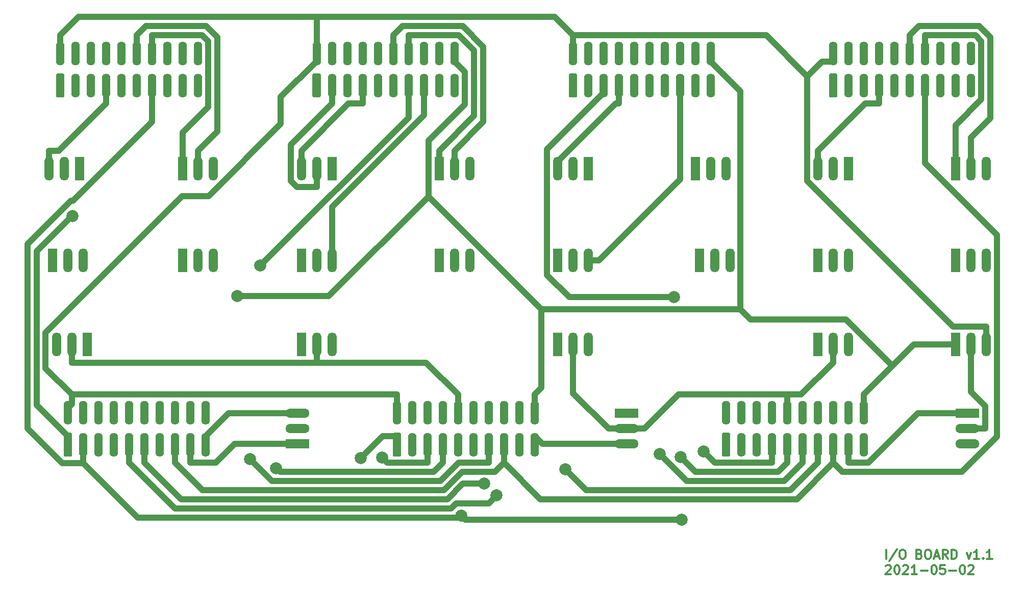
<source format=gbr>
%TF.GenerationSoftware,KiCad,Pcbnew,(5.1.9-0-10_14)*%
%TF.CreationDate,2021-05-08T09:43:59-07:00*%
%TF.ProjectId,io-board-mixed,696f2d62-6f61-4726-942d-6d697865642e,rev?*%
%TF.SameCoordinates,PX3072580PY791ddc0*%
%TF.FileFunction,Copper,L1,Top*%
%TF.FilePolarity,Positive*%
%FSLAX46Y46*%
G04 Gerber Fmt 4.6, Leading zero omitted, Abs format (unit mm)*
G04 Created by KiCad (PCBNEW (5.1.9-0-10_14)) date 2021-05-08 09:43:59*
%MOMM*%
%LPD*%
G01*
G04 APERTURE LIST*
%TA.AperFunction,NonConductor*%
%ADD10C,0.300000*%
%TD*%
%TA.AperFunction,ComponentPad*%
%ADD11O,1.500000X4.000000*%
%TD*%
%TA.AperFunction,ComponentPad*%
%ADD12R,1.500000X4.000000*%
%TD*%
%TA.AperFunction,ComponentPad*%
%ADD13O,4.000000X1.500000*%
%TD*%
%TA.AperFunction,ComponentPad*%
%ADD14R,4.000000X1.500000*%
%TD*%
%TA.AperFunction,ComponentPad*%
%ADD15O,1.400000X4.000000*%
%TD*%
%TA.AperFunction,ViaPad*%
%ADD16C,2.000000*%
%TD*%
%TA.AperFunction,Conductor*%
%ADD17C,1.000000*%
%TD*%
G04 APERTURE END LIST*
D10*
X150412142Y7581429D02*
X150412142Y9081429D01*
X152197857Y9152858D02*
X150912142Y7224286D01*
X152983571Y9081429D02*
X153269285Y9081429D01*
X153412142Y9010000D01*
X153555000Y8867143D01*
X153626428Y8581429D01*
X153626428Y8081429D01*
X153555000Y7795715D01*
X153412142Y7652858D01*
X153269285Y7581429D01*
X152983571Y7581429D01*
X152840714Y7652858D01*
X152697857Y7795715D01*
X152626428Y8081429D01*
X152626428Y8581429D01*
X152697857Y8867143D01*
X152840714Y9010000D01*
X152983571Y9081429D01*
X155912142Y8367143D02*
X156126428Y8295715D01*
X156197857Y8224286D01*
X156269285Y8081429D01*
X156269285Y7867143D01*
X156197857Y7724286D01*
X156126428Y7652858D01*
X155983571Y7581429D01*
X155412142Y7581429D01*
X155412142Y9081429D01*
X155912142Y9081429D01*
X156055000Y9010000D01*
X156126428Y8938572D01*
X156197857Y8795715D01*
X156197857Y8652858D01*
X156126428Y8510000D01*
X156055000Y8438572D01*
X155912142Y8367143D01*
X155412142Y8367143D01*
X157197857Y9081429D02*
X157483571Y9081429D01*
X157626428Y9010000D01*
X157769285Y8867143D01*
X157840714Y8581429D01*
X157840714Y8081429D01*
X157769285Y7795715D01*
X157626428Y7652858D01*
X157483571Y7581429D01*
X157197857Y7581429D01*
X157055000Y7652858D01*
X156912142Y7795715D01*
X156840714Y8081429D01*
X156840714Y8581429D01*
X156912142Y8867143D01*
X157055000Y9010000D01*
X157197857Y9081429D01*
X158412142Y8010000D02*
X159126428Y8010000D01*
X158269285Y7581429D02*
X158769285Y9081429D01*
X159269285Y7581429D01*
X160626428Y7581429D02*
X160126428Y8295715D01*
X159769285Y7581429D02*
X159769285Y9081429D01*
X160340714Y9081429D01*
X160483571Y9010000D01*
X160555000Y8938572D01*
X160626428Y8795715D01*
X160626428Y8581429D01*
X160555000Y8438572D01*
X160483571Y8367143D01*
X160340714Y8295715D01*
X159769285Y8295715D01*
X161269285Y7581429D02*
X161269285Y9081429D01*
X161626428Y9081429D01*
X161840714Y9010000D01*
X161983571Y8867143D01*
X162055000Y8724286D01*
X162126428Y8438572D01*
X162126428Y8224286D01*
X162055000Y7938572D01*
X161983571Y7795715D01*
X161840714Y7652858D01*
X161626428Y7581429D01*
X161269285Y7581429D01*
X163769285Y8581429D02*
X164126428Y7581429D01*
X164483571Y8581429D01*
X165840714Y7581429D02*
X164983571Y7581429D01*
X165412142Y7581429D02*
X165412142Y9081429D01*
X165269285Y8867143D01*
X165126428Y8724286D01*
X164983571Y8652858D01*
X166483571Y7724286D02*
X166555000Y7652858D01*
X166483571Y7581429D01*
X166412142Y7652858D01*
X166483571Y7724286D01*
X166483571Y7581429D01*
X167983571Y7581429D02*
X167126428Y7581429D01*
X167555000Y7581429D02*
X167555000Y9081429D01*
X167412142Y8867143D01*
X167269285Y8724286D01*
X167126428Y8652858D01*
X150340714Y6388572D02*
X150412142Y6460000D01*
X150555000Y6531429D01*
X150912142Y6531429D01*
X151055000Y6460000D01*
X151126428Y6388572D01*
X151197857Y6245715D01*
X151197857Y6102858D01*
X151126428Y5888572D01*
X150269285Y5031429D01*
X151197857Y5031429D01*
X152126428Y6531429D02*
X152269285Y6531429D01*
X152412142Y6460000D01*
X152483571Y6388572D01*
X152555000Y6245715D01*
X152626428Y5960000D01*
X152626428Y5602858D01*
X152555000Y5317143D01*
X152483571Y5174286D01*
X152412142Y5102858D01*
X152269285Y5031429D01*
X152126428Y5031429D01*
X151983571Y5102858D01*
X151912142Y5174286D01*
X151840714Y5317143D01*
X151769285Y5602858D01*
X151769285Y5960000D01*
X151840714Y6245715D01*
X151912142Y6388572D01*
X151983571Y6460000D01*
X152126428Y6531429D01*
X153197857Y6388572D02*
X153269285Y6460000D01*
X153412142Y6531429D01*
X153769285Y6531429D01*
X153912142Y6460000D01*
X153983571Y6388572D01*
X154055000Y6245715D01*
X154055000Y6102858D01*
X153983571Y5888572D01*
X153126428Y5031429D01*
X154055000Y5031429D01*
X155483571Y5031429D02*
X154626428Y5031429D01*
X155055000Y5031429D02*
X155055000Y6531429D01*
X154912142Y6317143D01*
X154769285Y6174286D01*
X154626428Y6102858D01*
X156126428Y5602858D02*
X157269285Y5602858D01*
X158269285Y6531429D02*
X158412142Y6531429D01*
X158555000Y6460000D01*
X158626428Y6388572D01*
X158697857Y6245715D01*
X158769285Y5960000D01*
X158769285Y5602858D01*
X158697857Y5317143D01*
X158626428Y5174286D01*
X158555000Y5102858D01*
X158412142Y5031429D01*
X158269285Y5031429D01*
X158126428Y5102858D01*
X158055000Y5174286D01*
X157983571Y5317143D01*
X157912142Y5602858D01*
X157912142Y5960000D01*
X157983571Y6245715D01*
X158055000Y6388572D01*
X158126428Y6460000D01*
X158269285Y6531429D01*
X160126428Y6531429D02*
X159412142Y6531429D01*
X159340714Y5817143D01*
X159412142Y5888572D01*
X159555000Y5960000D01*
X159912142Y5960000D01*
X160055000Y5888572D01*
X160126428Y5817143D01*
X160197857Y5674286D01*
X160197857Y5317143D01*
X160126428Y5174286D01*
X160055000Y5102858D01*
X159912142Y5031429D01*
X159555000Y5031429D01*
X159412142Y5102858D01*
X159340714Y5174286D01*
X160840714Y5602858D02*
X161983571Y5602858D01*
X162983571Y6531429D02*
X163126428Y6531429D01*
X163269285Y6460000D01*
X163340714Y6388572D01*
X163412142Y6245715D01*
X163483571Y5960000D01*
X163483571Y5602858D01*
X163412142Y5317143D01*
X163340714Y5174286D01*
X163269285Y5102858D01*
X163126428Y5031429D01*
X162983571Y5031429D01*
X162840714Y5102858D01*
X162769285Y5174286D01*
X162697857Y5317143D01*
X162626428Y5602858D01*
X162626428Y5960000D01*
X162697857Y6245715D01*
X162769285Y6388572D01*
X162840714Y6460000D01*
X162983571Y6531429D01*
X164055000Y6388572D02*
X164126428Y6460000D01*
X164269285Y6531429D01*
X164626428Y6531429D01*
X164769285Y6460000D01*
X164840714Y6388572D01*
X164912142Y6245715D01*
X164912142Y6102858D01*
X164840714Y5888572D01*
X163983571Y5031429D01*
X164912142Y5031429D01*
D11*
%TO.P,J19,3*%
%TO.N,/CH_C_R_IN*%
X100965000Y43180000D03*
%TO.P,J19,2*%
%TO.N,GND*%
X98425000Y43180000D03*
D12*
%TO.P,J19,1*%
%TO.N,/CH_C_L_IN*%
X95885000Y43180000D03*
%TD*%
D13*
%TO.P,J17,3*%
%TO.N,/BUS_B_R_OUT*%
X163830000Y26670000D03*
%TO.P,J17,2*%
%TO.N,GND*%
X163830000Y29210000D03*
D14*
%TO.P,J17,1*%
%TO.N,/BUS_B_L_OUT*%
X163830000Y31750000D03*
%TD*%
D15*
%TO.P,J18,20*%
%TO.N,/-_15V*%
X146685000Y31880000D03*
%TO.P,J18,18*%
%TO.N,Net-(J18-Pad18)*%
X144145000Y31880000D03*
%TO.P,J18,16*%
%TO.N,Net-(J18-Pad16)*%
X141605000Y31880000D03*
%TO.P,J18,14*%
%TO.N,Net-(J18-Pad14)*%
X139065000Y31880000D03*
%TO.P,J18,12*%
%TO.N,Net-(J18-Pad12)*%
X136525000Y31880000D03*
%TO.P,J18,10*%
%TO.N,GND*%
X133985000Y31880000D03*
%TO.P,J18,8*%
%TO.N,Net-(J18-Pad8)*%
X131445000Y31880000D03*
%TO.P,J18,6*%
%TO.N,Net-(J18-Pad6)*%
X128905000Y31880000D03*
%TO.P,J18,4*%
%TO.N,Net-(J18-Pad4)*%
X126365000Y31880000D03*
%TO.P,J18,2*%
%TO.N,/+_15V*%
X123825000Y31880000D03*
%TO.P,J18,19*%
%TO.N,/BUS_B_R_OUT*%
X146685000Y26540000D03*
%TO.P,J18,17*%
%TO.N,/BUS_B_L_OUT*%
X144145000Y26540000D03*
%TO.P,J18,15*%
%TO.N,/CH_D_R_OUT*%
X141605000Y26540000D03*
%TO.P,J18,13*%
%TO.N,/CH_D_L_OUT*%
X139065000Y26540000D03*
%TO.P,J18,11*%
%TO.N,/CH_C_R_OUT*%
X136525000Y26540000D03*
%TO.P,J18,9*%
%TO.N,/CH_C_L_OUT*%
X133985000Y26540000D03*
%TO.P,J18,7*%
%TO.N,/CH_B_R_OUT*%
X131445000Y26540000D03*
%TO.P,J18,5*%
%TO.N,/CH_B_L_OUT*%
X128905000Y26540000D03*
%TO.P,J18,3*%
%TO.N,/CH_A_R_OUT*%
X126365000Y26540000D03*
%TO.P,J18,1*%
%TO.N,/CH_A_L_OUT*%
%TA.AperFunction,ComponentPad*%
G36*
G01*
X124319200Y24540000D02*
X123330800Y24540000D01*
G75*
G02*
X123125000Y24745800I0J205800D01*
G01*
X123125000Y28334200D01*
G75*
G02*
X123330800Y28540000I205800J0D01*
G01*
X124319200Y28540000D01*
G75*
G02*
X124525000Y28334200I0J-205800D01*
G01*
X124525000Y24745800D01*
G75*
G02*
X124319200Y24540000I-205800J0D01*
G01*
G37*
%TD.AperFunction*%
%TD*%
D11*
%TO.P,J15,3*%
%TO.N,/CH_B_R_LEVEL_TERM_B*%
X58420000Y57150000D03*
%TO.P,J15,2*%
%TO.N,/CH_B_R_LEVEL_WIPER*%
X55880000Y57150000D03*
D12*
%TO.P,J15,1*%
%TO.N,/CH_B_R_LEVEL_TERM_A*%
X53340000Y57150000D03*
%TD*%
D11*
%TO.P,J13,3*%
%TO.N,Net-(J13-Pad3)*%
X81280000Y57150000D03*
%TO.P,J13,2*%
%TO.N,/CH_B_R_GAIN_WIPER*%
X78740000Y57150000D03*
D12*
%TO.P,J13,1*%
%TO.N,/CH_B_R_GAIN_TERM_A*%
X76200000Y57150000D03*
%TD*%
D11*
%TO.P,J14,3*%
%TO.N,/CH_B_LEVEL_TERM_B*%
X53340000Y72390000D03*
%TO.P,J14,2*%
%TO.N,/CH_B_L_LEVEL_WIPER*%
X55880000Y72390000D03*
D12*
%TO.P,J14,1*%
%TO.N,/CH_B_L_LEVEL_TERM_A*%
X58420000Y72390000D03*
%TD*%
D11*
%TO.P,J12,3*%
%TO.N,Net-(J12-Pad3)*%
X81280000Y72390000D03*
%TO.P,J12,2*%
%TO.N,/CH_B_L_GAIN_WIPER*%
X78740000Y72390000D03*
D12*
%TO.P,J12,1*%
%TO.N,/CH_B_L_GAIN_TERM_A*%
X76200000Y72390000D03*
%TD*%
D11*
%TO.P,J11,3*%
%TO.N,/CH_B_R_IN*%
X58420000Y43180000D03*
%TO.P,J11,2*%
%TO.N,GND*%
X55880000Y43180000D03*
D12*
%TO.P,J11,1*%
%TO.N,/CH_B_L_IN*%
X53340000Y43180000D03*
%TD*%
D13*
%TO.P,J9,3*%
%TO.N,/BUS_A_R_OUT*%
X107315000Y26670000D03*
%TO.P,J9,2*%
%TO.N,GND*%
X107315000Y29210000D03*
D14*
%TO.P,J9,1*%
%TO.N,/BUS_A_L_OUT*%
X107315000Y31750000D03*
%TD*%
D15*
%TO.P,J10,20*%
%TO.N,/-_15V*%
X92075000Y31880000D03*
%TO.P,J10,18*%
%TO.N,Net-(J10-Pad18)*%
X89535000Y31880000D03*
%TO.P,J10,16*%
%TO.N,Net-(J10-Pad16)*%
X86995000Y31880000D03*
%TO.P,J10,14*%
%TO.N,Net-(J10-Pad14)*%
X84455000Y31880000D03*
%TO.P,J10,12*%
%TO.N,Net-(J10-Pad12)*%
X81915000Y31880000D03*
%TO.P,J10,10*%
%TO.N,GND*%
X79375000Y31880000D03*
%TO.P,J10,8*%
%TO.N,Net-(J10-Pad8)*%
X76835000Y31880000D03*
%TO.P,J10,6*%
%TO.N,Net-(J10-Pad6)*%
X74295000Y31880000D03*
%TO.P,J10,4*%
%TO.N,Net-(J10-Pad4)*%
X71755000Y31880000D03*
%TO.P,J10,2*%
%TO.N,/+_15V*%
X69215000Y31880000D03*
%TO.P,J10,19*%
%TO.N,/BUS_A_R_OUT*%
X92075000Y26540000D03*
%TO.P,J10,17*%
%TO.N,/BUS_A_L_OUT*%
X89535000Y26540000D03*
%TO.P,J10,15*%
%TO.N,/CH_D_R_OUT*%
X86995000Y26540000D03*
%TO.P,J10,13*%
%TO.N,/CH_D_L_OUT*%
X84455000Y26540000D03*
%TO.P,J10,11*%
%TO.N,/CH_C_R_OUT*%
X81915000Y26540000D03*
%TO.P,J10,9*%
%TO.N,/CH_C_L_OUT*%
X79375000Y26540000D03*
%TO.P,J10,7*%
%TO.N,/CH_B_R_OUT*%
X76835000Y26540000D03*
%TO.P,J10,5*%
%TO.N,/CH_B_L_OUT*%
X74295000Y26540000D03*
%TO.P,J10,3*%
%TO.N,/CH_A_R_OUT*%
X71755000Y26540000D03*
%TO.P,J10,1*%
%TO.N,/CH_A_L_OUT*%
%TA.AperFunction,ComponentPad*%
G36*
G01*
X69709200Y24540000D02*
X68720800Y24540000D01*
G75*
G02*
X68515000Y24745800I0J205800D01*
G01*
X68515000Y28334200D01*
G75*
G02*
X68720800Y28540000I205800J0D01*
G01*
X69709200Y28540000D01*
G75*
G02*
X69915000Y28334200I0J-205800D01*
G01*
X69915000Y24745800D01*
G75*
G02*
X69709200Y24540000I-205800J0D01*
G01*
G37*
%TD.AperFunction*%
%TD*%
D11*
%TO.P,J7,3*%
%TO.N,/CH_A_R_LEVEL_TERM_B*%
X17145000Y57150000D03*
%TO.P,J7,2*%
%TO.N,/CH_A_R_LEVEL_WIPER*%
X14605000Y57150000D03*
D12*
%TO.P,J7,1*%
%TO.N,/CH_A_R_LEVEL_TERM_A*%
X12065000Y57150000D03*
%TD*%
D11*
%TO.P,J6,3*%
%TO.N,/CH_A_LEVEL_TERM_B*%
X11430000Y72390000D03*
%TO.P,J6,2*%
%TO.N,/CH_A_L_LEVEL_WIPER*%
X13970000Y72390000D03*
D12*
%TO.P,J6,1*%
%TO.N,/CH_A_L_LEVEL_TERM_A*%
X16510000Y72390000D03*
%TD*%
D11*
%TO.P,J5,3*%
%TO.N,Net-(J5-Pad3)*%
X38735000Y57150000D03*
%TO.P,J5,2*%
%TO.N,/CH_A_R_GAIN_WIPER*%
X36195000Y57150000D03*
D12*
%TO.P,J5,1*%
%TO.N,/CH_A_R_GAIN_TERM_A*%
X33655000Y57150000D03*
%TD*%
D11*
%TO.P,J4,3*%
%TO.N,Net-(J4-Pad3)*%
X38735000Y72390000D03*
%TO.P,J4,2*%
%TO.N,/CH_A_L_GAIN_WIPER*%
X36195000Y72390000D03*
D12*
%TO.P,J4,1*%
%TO.N,/CH_A_L_GAIN_TERM_A*%
X33655000Y72390000D03*
%TD*%
D11*
%TO.P,J3,3*%
%TO.N,/CH_A_R_IN*%
X12700000Y43180000D03*
%TO.P,J3,2*%
%TO.N,GND*%
X15240000Y43180000D03*
D12*
%TO.P,J3,1*%
%TO.N,/CH_A_L_IN*%
X17780000Y43180000D03*
%TD*%
D15*
%TO.P,J2,20*%
%TO.N,/-_15V*%
X37465000Y31880000D03*
%TO.P,J2,18*%
%TO.N,Net-(J2-Pad18)*%
X34925000Y31880000D03*
%TO.P,J2,16*%
%TO.N,Net-(J2-Pad16)*%
X32385000Y31880000D03*
%TO.P,J2,14*%
%TO.N,Net-(J2-Pad14)*%
X29845000Y31880000D03*
%TO.P,J2,12*%
%TO.N,Net-(J2-Pad12)*%
X27305000Y31880000D03*
%TO.P,J2,10*%
%TO.N,GND*%
X24765000Y31880000D03*
%TO.P,J2,8*%
%TO.N,Net-(J2-Pad8)*%
X22225000Y31880000D03*
%TO.P,J2,6*%
%TO.N,Net-(J2-Pad6)*%
X19685000Y31880000D03*
%TO.P,J2,4*%
%TO.N,Net-(J2-Pad4)*%
X17145000Y31880000D03*
%TO.P,J2,2*%
%TO.N,/+_15V*%
X14605000Y31880000D03*
%TO.P,J2,19*%
%TO.N,/ST_R_OUT*%
X37465000Y26540000D03*
%TO.P,J2,17*%
%TO.N,/ST_L_OUT*%
X34925000Y26540000D03*
%TO.P,J2,15*%
%TO.N,/CH_D_R_OUT*%
X32385000Y26540000D03*
%TO.P,J2,13*%
%TO.N,/CH_D_L_OUT*%
X29845000Y26540000D03*
%TO.P,J2,11*%
%TO.N,/CH_C_R_OUT*%
X27305000Y26540000D03*
%TO.P,J2,9*%
%TO.N,/CH_C_L_OUT*%
X24765000Y26540000D03*
%TO.P,J2,7*%
%TO.N,/CH_B_R_OUT*%
X22225000Y26540000D03*
%TO.P,J2,5*%
%TO.N,/CH_B_L_OUT*%
X19685000Y26540000D03*
%TO.P,J2,3*%
%TO.N,/CH_A_R_OUT*%
X17145000Y26540000D03*
%TO.P,J2,1*%
%TO.N,/CH_A_L_OUT*%
%TA.AperFunction,ComponentPad*%
G36*
G01*
X15099200Y24540000D02*
X14110800Y24540000D01*
G75*
G02*
X13905000Y24745800I0J205800D01*
G01*
X13905000Y28334200D01*
G75*
G02*
X14110800Y28540000I205800J0D01*
G01*
X15099200Y28540000D01*
G75*
G02*
X15305000Y28334200I0J-205800D01*
G01*
X15305000Y24745800D01*
G75*
G02*
X15099200Y24540000I-205800J0D01*
G01*
G37*
%TD.AperFunction*%
%TD*%
%TO.P,J16,20*%
%TO.N,/-_15V*%
X78740000Y91570000D03*
%TO.P,J16,18*%
%TO.N,/CH_B_R_GAIN_TERM_A*%
X76200000Y91570000D03*
%TO.P,J16,16*%
%TO.N,/CH_B_R_GAIN_WIPER*%
X73660000Y91570000D03*
%TO.P,J16,14*%
%TO.N,/CH_B_L_GAIN_TERM_A*%
X71120000Y91570000D03*
%TO.P,J16,12*%
%TO.N,/CH_B_L_GAIN_WIPER*%
X68580000Y91570000D03*
%TO.P,J16,10*%
%TO.N,GND*%
X66040000Y91570000D03*
%TO.P,J16,8*%
%TO.N,/CH_B_R_IN*%
X63500000Y91570000D03*
%TO.P,J16,6*%
%TO.N,/CH_B_L_IN*%
X60960000Y91570000D03*
%TO.P,J16,4*%
%TO.N,Net-(J16-Pad4)*%
X58420000Y91570000D03*
%TO.P,J16,2*%
%TO.N,/+_15V*%
X55880000Y91570000D03*
%TO.P,J16,19*%
%TO.N,Net-(J16-Pad19)*%
X78740000Y86230000D03*
%TO.P,J16,17*%
%TO.N,Net-(J16-Pad17)*%
X76200000Y86230000D03*
%TO.P,J16,15*%
%TO.N,/CH_B_R_LEVEL_TERM_B*%
X73660000Y86230000D03*
%TO.P,J16,13*%
%TO.N,/CH_B_R_OUT*%
X71120000Y86230000D03*
%TO.P,J16,11*%
%TO.N,/CH_B_R_LEVEL_WIPER*%
X68580000Y86230000D03*
%TO.P,J16,9*%
%TO.N,/CH_B_R_LEVEL_TERM_A*%
X66040000Y86230000D03*
%TO.P,J16,7*%
%TO.N,/CH_B_LEVEL_TERM_B*%
X63500000Y86230000D03*
%TO.P,J16,5*%
%TO.N,/CH_B_L_OUT*%
X60960000Y86230000D03*
%TO.P,J16,3*%
%TO.N,/CH_B_L_LEVEL_WIPER*%
X58420000Y86230000D03*
%TO.P,J16,1*%
%TO.N,/CH_B_L_LEVEL_TERM_A*%
%TA.AperFunction,ComponentPad*%
G36*
G01*
X56374200Y84230000D02*
X55385800Y84230000D01*
G75*
G02*
X55180000Y84435800I0J205800D01*
G01*
X55180000Y88024200D01*
G75*
G02*
X55385800Y88230000I205800J0D01*
G01*
X56374200Y88230000D01*
G75*
G02*
X56580000Y88024200I0J-205800D01*
G01*
X56580000Y84435800D01*
G75*
G02*
X56374200Y84230000I-205800J0D01*
G01*
G37*
%TD.AperFunction*%
%TD*%
%TO.P,Jr,20*%
%TO.N,/-_15V*%
X36195000Y91570000D03*
%TO.P,Jr,18*%
%TO.N,/CH_A_R_GAIN_TERM_A*%
X33655000Y91570000D03*
%TO.P,Jr,16*%
%TO.N,/CH_A_R_GAIN_WIPER*%
X31115000Y91570000D03*
%TO.P,Jr,14*%
%TO.N,/CH_A_L_GAIN_TERM_A*%
X28575000Y91570000D03*
%TO.P,Jr,12*%
%TO.N,/CH_A_L_GAIN_WIPER*%
X26035000Y91570000D03*
%TO.P,Jr,10*%
%TO.N,GND*%
X23495000Y91570000D03*
%TO.P,Jr,8*%
%TO.N,/CH_A_R_IN*%
X20955000Y91570000D03*
%TO.P,Jr,6*%
%TO.N,/CH_A_L_IN*%
X18415000Y91570000D03*
%TO.P,Jr,4*%
%TO.N,Net-(J8-Pad4)*%
X15875000Y91570000D03*
%TO.P,Jr,2*%
%TO.N,/+_15V*%
X13335000Y91570000D03*
%TO.P,Jr,19*%
%TO.N,Net-(J8-Pad19)*%
X36195000Y86230000D03*
%TO.P,Jr,17*%
%TO.N,Net-(J8-Pad17)*%
X33655000Y86230000D03*
%TO.P,Jr,15*%
%TO.N,/CH_A_R_LEVEL_TERM_B*%
X31115000Y86230000D03*
%TO.P,Jr,13*%
%TO.N,/CH_A_R_OUT*%
X28575000Y86230000D03*
%TO.P,Jr,11*%
%TO.N,/CH_A_R_LEVEL_WIPER*%
X26035000Y86230000D03*
%TO.P,Jr,9*%
%TO.N,/CH_A_R_LEVEL_TERM_A*%
X23495000Y86230000D03*
%TO.P,Jr,7*%
%TO.N,/CH_A_LEVEL_TERM_B*%
X20955000Y86230000D03*
%TO.P,Jr,5*%
%TO.N,/CH_A_L_OUT*%
X18415000Y86230000D03*
%TO.P,Jr,3*%
%TO.N,/CH_A_L_LEVEL_WIPER*%
X15875000Y86230000D03*
%TO.P,Jr,1*%
%TO.N,/CH_A_L_LEVEL_TERM_A*%
%TA.AperFunction,ComponentPad*%
G36*
G01*
X13829200Y84230000D02*
X12840800Y84230000D01*
G75*
G02*
X12635000Y84435800I0J205800D01*
G01*
X12635000Y88024200D01*
G75*
G02*
X12840800Y88230000I205800J0D01*
G01*
X13829200Y88230000D01*
G75*
G02*
X14035000Y88024200I0J-205800D01*
G01*
X14035000Y84435800D01*
G75*
G02*
X13829200Y84230000I-205800J0D01*
G01*
G37*
%TD.AperFunction*%
%TD*%
D13*
%TO.P,J1,3*%
%TO.N,/ST_R_OUT*%
X52705000Y31750000D03*
%TO.P,J1,2*%
%TO.N,GND*%
X52705000Y29210000D03*
D14*
%TO.P,J1,1*%
%TO.N,/ST_L_OUT*%
X52705000Y26670000D03*
%TD*%
D11*
%TO.P,J20,3*%
%TO.N,Net-(J20-Pad3)*%
X123825000Y72390000D03*
%TO.P,J20,2*%
%TO.N,/CH_C_L_GAIN_WIPER*%
X121285000Y72390000D03*
D12*
%TO.P,J20,1*%
%TO.N,/CH_C_L_GAIN_TERM_A*%
X118745000Y72390000D03*
%TD*%
D11*
%TO.P,J21,3*%
%TO.N,Net-(J21-Pad3)*%
X124460000Y57150000D03*
%TO.P,J21,2*%
%TO.N,/CH_C_R_GAIN_WIPER*%
X121920000Y57150000D03*
D12*
%TO.P,J21,1*%
%TO.N,/CH_C_R_GAIN_TERM_A*%
X119380000Y57150000D03*
%TD*%
D11*
%TO.P,J22,3*%
%TO.N,/CH_C_LEVEL_TERM_B*%
X95885000Y72390000D03*
%TO.P,J22,2*%
%TO.N,/CH_C_L_LEVEL_WIPER*%
X98425000Y72390000D03*
D12*
%TO.P,J22,1*%
%TO.N,/CH_C_L_LEVEL_TERM_A*%
X100965000Y72390000D03*
%TD*%
D11*
%TO.P,J23,3*%
%TO.N,/CH_C_R_LEVEL_TERM_B*%
X100965000Y57150000D03*
%TO.P,J23,2*%
%TO.N,/CH_C_R_LEVEL_WIPER*%
X98425000Y57150000D03*
D12*
%TO.P,J23,1*%
%TO.N,/CH_C_R_LEVEL_TERM_A*%
X95885000Y57150000D03*
%TD*%
D15*
%TO.P,J24,20*%
%TO.N,/-_15V*%
X121285000Y91570000D03*
%TO.P,J24,18*%
%TO.N,/CH_C_R_GAIN_TERM_A*%
X118745000Y91570000D03*
%TO.P,J24,16*%
%TO.N,/CH_C_R_GAIN_WIPER*%
X116205000Y91570000D03*
%TO.P,J24,14*%
%TO.N,/CH_C_L_GAIN_TERM_A*%
X113665000Y91570000D03*
%TO.P,J24,12*%
%TO.N,/CH_C_L_GAIN_WIPER*%
X111125000Y91570000D03*
%TO.P,J24,10*%
%TO.N,GND*%
X108585000Y91570000D03*
%TO.P,J24,8*%
%TO.N,/CH_C_R_IN*%
X106045000Y91570000D03*
%TO.P,J24,6*%
%TO.N,/CH_C_L_IN*%
X103505000Y91570000D03*
%TO.P,J24,4*%
%TO.N,Net-(J24-Pad4)*%
X100965000Y91570000D03*
%TO.P,J24,2*%
%TO.N,/+_15V*%
X98425000Y91570000D03*
%TO.P,J24,19*%
%TO.N,Net-(J24-Pad19)*%
X121285000Y86230000D03*
%TO.P,J24,17*%
%TO.N,Net-(J24-Pad17)*%
X118745000Y86230000D03*
%TO.P,J24,15*%
%TO.N,/CH_C_R_LEVEL_TERM_B*%
X116205000Y86230000D03*
%TO.P,J24,13*%
%TO.N,/CH_C_R_OUT*%
X113665000Y86230000D03*
%TO.P,J24,11*%
%TO.N,/CH_C_R_LEVEL_WIPER*%
X111125000Y86230000D03*
%TO.P,J24,9*%
%TO.N,/CH_C_R_LEVEL_TERM_A*%
X108585000Y86230000D03*
%TO.P,J24,7*%
%TO.N,/CH_C_LEVEL_TERM_B*%
X106045000Y86230000D03*
%TO.P,J24,5*%
%TO.N,/CH_C_L_OUT*%
X103505000Y86230000D03*
%TO.P,J24,3*%
%TO.N,/CH_C_L_LEVEL_WIPER*%
X100965000Y86230000D03*
%TO.P,J24,1*%
%TO.N,/CH_C_L_LEVEL_TERM_A*%
%TA.AperFunction,ComponentPad*%
G36*
G01*
X98919200Y84230000D02*
X97930800Y84230000D01*
G75*
G02*
X97725000Y84435800I0J205800D01*
G01*
X97725000Y88024200D01*
G75*
G02*
X97930800Y88230000I205800J0D01*
G01*
X98919200Y88230000D01*
G75*
G02*
X99125000Y88024200I0J-205800D01*
G01*
X99125000Y84435800D01*
G75*
G02*
X98919200Y84230000I-205800J0D01*
G01*
G37*
%TD.AperFunction*%
%TD*%
D11*
%TO.P,J25,3*%
%TO.N,/CH_D_R_IN*%
X144145000Y43180000D03*
%TO.P,J25,2*%
%TO.N,GND*%
X141605000Y43180000D03*
D12*
%TO.P,J25,1*%
%TO.N,/CH_D_L_IN*%
X139065000Y43180000D03*
%TD*%
D11*
%TO.P,J26,3*%
%TO.N,Net-(J26-Pad3)*%
X167005000Y72390000D03*
%TO.P,J26,2*%
%TO.N,/CH_D_L_GAIN_WIPER*%
X164465000Y72390000D03*
D12*
%TO.P,J26,1*%
%TO.N,/CH_D_L_GAIN_TERM_A*%
X161925000Y72390000D03*
%TD*%
D11*
%TO.P,J27,3*%
%TO.N,Net-(J27-Pad3)*%
X167005000Y57150000D03*
%TO.P,J27,2*%
%TO.N,/CH_D_R_GAIN_WIPER*%
X164465000Y57150000D03*
D12*
%TO.P,J27,1*%
%TO.N,/CH_D_R_GAIN_TERM_A*%
X161925000Y57150000D03*
%TD*%
D11*
%TO.P,J28,3*%
%TO.N,/CH_D_LEVEL_TERM_B*%
X139065000Y72390000D03*
%TO.P,J28,2*%
%TO.N,/CH_D_L_LEVEL_WIPER*%
X141605000Y72390000D03*
D12*
%TO.P,J28,1*%
%TO.N,/CH_D_L_LEVEL_TERM_A*%
X144145000Y72390000D03*
%TD*%
D11*
%TO.P,J29,3*%
%TO.N,/CH_D_R_LEVEL_TERM_B*%
X144145000Y57150000D03*
%TO.P,J29,2*%
%TO.N,/CH_D_R_LEVEL_WIPER*%
X141605000Y57150000D03*
D12*
%TO.P,J29,1*%
%TO.N,/CH_D_R_LEVEL_TERM_A*%
X139065000Y57150000D03*
%TD*%
D15*
%TO.P,J30,20*%
%TO.N,/-_15V*%
X164465000Y91570000D03*
%TO.P,J30,18*%
%TO.N,/CH_D_R_GAIN_TERM_A*%
X161925000Y91570000D03*
%TO.P,J30,16*%
%TO.N,/CH_D_R_GAIN_WIPER*%
X159385000Y91570000D03*
%TO.P,J30,14*%
%TO.N,/CH_D_L_GAIN_TERM_A*%
X156845000Y91570000D03*
%TO.P,J30,12*%
%TO.N,/CH_D_L_GAIN_WIPER*%
X154305000Y91570000D03*
%TO.P,J30,10*%
%TO.N,GND*%
X151765000Y91570000D03*
%TO.P,J30,8*%
%TO.N,/CH_D_R_IN*%
X149225000Y91570000D03*
%TO.P,J30,6*%
%TO.N,/CH_D_L_IN*%
X146685000Y91570000D03*
%TO.P,J30,4*%
%TO.N,Net-(J30-Pad4)*%
X144145000Y91570000D03*
%TO.P,J30,2*%
%TO.N,/+_15V*%
X141605000Y91570000D03*
%TO.P,J30,19*%
%TO.N,Net-(J30-Pad19)*%
X164465000Y86230000D03*
%TO.P,J30,17*%
%TO.N,Net-(J30-Pad17)*%
X161925000Y86230000D03*
%TO.P,J30,15*%
%TO.N,/CH_D_R_LEVEL_TERM_B*%
X159385000Y86230000D03*
%TO.P,J30,13*%
%TO.N,/CH_D_R_OUT*%
X156845000Y86230000D03*
%TO.P,J30,11*%
%TO.N,/CH_D_R_LEVEL_WIPER*%
X154305000Y86230000D03*
%TO.P,J30,9*%
%TO.N,/CH_D_R_LEVEL_TERM_A*%
X151765000Y86230000D03*
%TO.P,J30,7*%
%TO.N,/CH_D_LEVEL_TERM_B*%
X149225000Y86230000D03*
%TO.P,J30,5*%
%TO.N,/CH_D_L_OUT*%
X146685000Y86230000D03*
%TO.P,J30,3*%
%TO.N,/CH_D_L_LEVEL_WIPER*%
X144145000Y86230000D03*
%TO.P,J30,1*%
%TO.N,/CH_D_L_LEVEL_TERM_A*%
%TA.AperFunction,ComponentPad*%
G36*
G01*
X142099200Y84230000D02*
X141110800Y84230000D01*
G75*
G02*
X140905000Y84435800I0J205800D01*
G01*
X140905000Y88024200D01*
G75*
G02*
X141110800Y88230000I205800J0D01*
G01*
X142099200Y88230000D01*
G75*
G02*
X142305000Y88024200I0J-205800D01*
G01*
X142305000Y84435800D01*
G75*
G02*
X142099200Y84230000I-205800J0D01*
G01*
G37*
%TD.AperFunction*%
%TD*%
D11*
%TO.P,J31,3*%
%TO.N,/+_15V*%
X167005000Y43180000D03*
%TO.P,J31,2*%
%TO.N,GND*%
X164465000Y43180000D03*
D12*
%TO.P,J31,1*%
%TO.N,/-_15V*%
X161925000Y43180000D03*
%TD*%
D16*
%TO.N,/CH_A_L_OUT*%
X63227200Y24302700D03*
X15385000Y64530500D03*
%TO.N,/CH_B_L_OUT*%
X66726300Y24364600D03*
%TO.N,/CH_C_L_OUT*%
X116318300Y24460100D03*
X115208000Y51038600D03*
X85762400Y18091300D03*
%TO.N,/CH_D_L_OUT*%
X97142200Y22471300D03*
X44828600Y24115900D03*
%TO.N,/-_15V*%
X42704900Y51216900D03*
%TO.N,/CH_A_R_OUT*%
X116429500Y14090300D03*
X79853400Y14774800D03*
%TO.N,/CH_B_R_OUT*%
X46518900Y56282400D03*
X49179900Y22641900D03*
X120103400Y25406000D03*
%TO.N,/CH_C_R_OUT*%
X112853000Y24958000D03*
X83677000Y20039000D03*
%TD*%
D17*
%TO.N,/ST_L_OUT*%
X52705000Y26670000D02*
X49704700Y26670000D01*
X49704700Y26670000D02*
X42287100Y26670000D01*
X42287100Y26670000D02*
X39156800Y23539700D01*
X39156800Y23539700D02*
X34925000Y23539700D01*
X34925000Y27940000D02*
X34925000Y23539700D01*
%TO.N,GND*%
X15240000Y43180000D02*
X15240000Y40179700D01*
X15240000Y40179700D02*
X55880000Y40179700D01*
X55880000Y43180000D02*
X55880000Y40179700D01*
X79375000Y30480000D02*
X79375000Y34880300D01*
X79375000Y34880300D02*
X74075600Y40179700D01*
X74075600Y40179700D02*
X55880000Y40179700D01*
X133985000Y34880300D02*
X133985000Y34880400D01*
X133985000Y34880400D02*
X136305700Y34880400D01*
X136305700Y34880400D02*
X141605000Y40179700D01*
X141605000Y43180000D02*
X141605000Y40179700D01*
X110315300Y29210000D02*
X115985600Y34880300D01*
X115985600Y34880300D02*
X133985000Y34880300D01*
X107315000Y29210000D02*
X110315300Y29210000D01*
X107315000Y29210000D02*
X104314700Y29210000D01*
X104314700Y29210000D02*
X98425000Y35099700D01*
X98425000Y35099700D02*
X98425000Y43180000D01*
X133985000Y30480000D02*
X133985000Y34880300D01*
X163830000Y29210000D02*
X166830300Y29210000D01*
X166830300Y29210000D02*
X166830300Y32984600D01*
X166830300Y32984600D02*
X164465000Y35349900D01*
X164465000Y35349900D02*
X164465000Y43180000D01*
%TO.N,/ST_R_OUT*%
X37465000Y27940000D02*
X41275000Y31750000D01*
X41275000Y31750000D02*
X52705000Y31750000D01*
%TO.N,/CH_A_L_OUT*%
X15385000Y64530500D02*
X15253300Y64530500D01*
X15253300Y64530500D02*
X9399000Y58676200D01*
X9399000Y58676200D02*
X9399000Y33146000D01*
X9399000Y33146000D02*
X14605000Y27940000D01*
X63227200Y24302700D02*
X66864500Y27940000D01*
X66864500Y27940000D02*
X69215000Y27940000D01*
%TO.N,/CH_B_L_OUT*%
X74295000Y23539700D02*
X74280700Y23525400D01*
X74280700Y23525400D02*
X67565500Y23525400D01*
X67565500Y23525400D02*
X66726300Y24364600D01*
X74295000Y27940000D02*
X74295000Y23539700D01*
%TO.N,/CH_C_L_OUT*%
X133985000Y23539700D02*
X132474300Y22029000D01*
X132474300Y22029000D02*
X118749400Y22029000D01*
X118749400Y22029000D02*
X116318300Y24460100D01*
X103505000Y87630000D02*
X103505000Y85039700D01*
X103505000Y85039700D02*
X94121800Y75656500D01*
X94121800Y75656500D02*
X94121800Y54729800D01*
X94121800Y54729800D02*
X97813000Y51038600D01*
X97813000Y51038600D02*
X115208000Y51038600D01*
X133985000Y27940000D02*
X133985000Y23539700D01*
X85762400Y18091300D02*
X84446200Y16775100D01*
X84446200Y16775100D02*
X79024900Y16775100D01*
X79024900Y16775100D02*
X78176600Y15926800D01*
X78176600Y15926800D02*
X32377900Y15926800D01*
X32377900Y15926800D02*
X24765000Y23539700D01*
X24765000Y27940000D02*
X24765000Y23539700D01*
%TO.N,/CH_D_L_OUT*%
X139065000Y23539700D02*
X134517800Y18992500D01*
X134517800Y18992500D02*
X100621000Y18992500D01*
X100621000Y18992500D02*
X97142200Y22471300D01*
X139065000Y27940000D02*
X139065000Y23539700D01*
X84455000Y23539700D02*
X79424400Y23539700D01*
X79424400Y23539700D02*
X76374100Y20489400D01*
X76374100Y20489400D02*
X48455100Y20489400D01*
X48455100Y20489400D02*
X44828600Y24115900D01*
X84455000Y27940000D02*
X84455000Y23539700D01*
%TO.N,/-_15V*%
X93175500Y49003500D02*
X74434300Y67744700D01*
X126211300Y49003500D02*
X93175500Y49003500D01*
X93175500Y49003500D02*
X93175500Y35980800D01*
X93175500Y35980800D02*
X92075000Y34880300D01*
X92075000Y30480000D02*
X92075000Y34880300D01*
X126211300Y49003500D02*
X127886000Y47328800D01*
X127886000Y47328800D02*
X143758000Y47328800D01*
X143758000Y47328800D02*
X151445800Y39641100D01*
X121285000Y90170000D02*
X126211300Y85243700D01*
X126211300Y85243700D02*
X126211300Y49003500D01*
X74434300Y67744700D02*
X57906500Y51216900D01*
X57906500Y51216900D02*
X42704900Y51216900D01*
X78740000Y90170000D02*
X80460000Y88450000D01*
X80460000Y88450000D02*
X80460000Y83106900D01*
X80460000Y83106900D02*
X74434300Y77081200D01*
X74434300Y77081200D02*
X74434300Y67744700D01*
X151445800Y39641100D02*
X146685000Y34880300D01*
X161352200Y43180000D02*
X154984700Y43180000D01*
X154984700Y43180000D02*
X151445800Y39641100D01*
X146685000Y30480000D02*
X146685000Y34880300D01*
X161925000Y43180000D02*
X161352200Y43180000D01*
%TO.N,/CH_A_R_OUT*%
X28575000Y83229700D02*
X28575000Y80221100D01*
X28575000Y80221100D02*
X15433700Y67079800D01*
X15433700Y67079800D02*
X15075500Y67079800D01*
X15075500Y67079800D02*
X7891600Y59895900D01*
X7891600Y59895900D02*
X7891600Y29212500D01*
X7891600Y29212500D02*
X13663700Y23440400D01*
X13663700Y23440400D02*
X17145000Y23440400D01*
X79853400Y14774800D02*
X80537900Y14090300D01*
X80537900Y14090300D02*
X116429500Y14090300D01*
X17145000Y23440400D02*
X26181400Y14404000D01*
X26181400Y14404000D02*
X79482600Y14404000D01*
X79482600Y14404000D02*
X79853400Y14774800D01*
X17145000Y23440400D02*
X17145000Y23539700D01*
X28575000Y87630000D02*
X28575000Y83229700D01*
X17145000Y27940000D02*
X17145000Y23539700D01*
%TO.N,/CH_B_R_OUT*%
X71120000Y87630000D02*
X71120000Y80883500D01*
X71120000Y80883500D02*
X46518900Y56282400D01*
X131445000Y23539700D02*
X131434600Y23529300D01*
X131434600Y23529300D02*
X121980100Y23529300D01*
X121980100Y23529300D02*
X120103400Y25406000D01*
X76835000Y23539700D02*
X75295000Y21999700D01*
X75295000Y21999700D02*
X49822100Y21999700D01*
X49822100Y21999700D02*
X49179900Y22641900D01*
X76835000Y27940000D02*
X76835000Y23539700D01*
X131445000Y27940000D02*
X131445000Y23539700D01*
%TO.N,/CH_C_R_OUT*%
X136525000Y23539700D02*
X133492200Y20506900D01*
X133492200Y20506900D02*
X117304100Y20506900D01*
X117304100Y20506900D02*
X112853000Y24958000D01*
X136525000Y27940000D02*
X136525000Y23539700D01*
X83677000Y20039000D02*
X80167100Y20039000D01*
X80167100Y20039000D02*
X77578000Y17449900D01*
X77578000Y17449900D02*
X33394800Y17449900D01*
X33394800Y17449900D02*
X27305000Y23539700D01*
X27305000Y27940000D02*
X27305000Y23539700D01*
%TO.N,/CH_D_R_OUT*%
X141605000Y23539700D02*
X143105300Y22039400D01*
X143105300Y22039400D02*
X162965400Y22039400D01*
X162965400Y22039400D02*
X168770000Y27844000D01*
X168770000Y27844000D02*
X168770000Y61374400D01*
X168770000Y61374400D02*
X156845000Y73299400D01*
X156845000Y73299400D02*
X156845000Y87630000D01*
X86995000Y23539700D02*
X93042500Y17492200D01*
X93042500Y17492200D02*
X135557500Y17492200D01*
X135557500Y17492200D02*
X141605000Y23539700D01*
X86995000Y23539700D02*
X85494700Y22039400D01*
X85494700Y22039400D02*
X80045800Y22039400D01*
X80045800Y22039400D02*
X76991600Y18985200D01*
X76991600Y18985200D02*
X36939500Y18985200D01*
X36939500Y18985200D02*
X32385000Y23539700D01*
X141605000Y27940000D02*
X141605000Y23539700D01*
X32385000Y27940000D02*
X32385000Y23539700D01*
X86995000Y27940000D02*
X86995000Y23539700D01*
%TO.N,/+_15V*%
X15240200Y34880300D02*
X10916300Y39204200D01*
X10916300Y39204200D02*
X10916300Y45171700D01*
X10916300Y45171700D02*
X33596000Y67851400D01*
X33596000Y67851400D02*
X37944600Y67851400D01*
X37944600Y67851400D02*
X49938200Y79845000D01*
X49938200Y79845000D02*
X49938200Y84306500D01*
X49938200Y84306500D02*
X55801700Y90170000D01*
X55801700Y90170000D02*
X55880000Y90170000D01*
X14605000Y32680200D02*
X15240200Y33315400D01*
X15240200Y33315400D02*
X15240200Y34880300D01*
X69215000Y34880300D02*
X15240200Y34880300D01*
X14605000Y30480000D02*
X14605000Y32680200D01*
X69215000Y30480000D02*
X69215000Y34880300D01*
X55880000Y97638400D02*
X16403100Y97638400D01*
X16403100Y97638400D02*
X13335000Y94570300D01*
X98425000Y94570300D02*
X95356900Y97638400D01*
X95356900Y97638400D02*
X55880000Y97638400D01*
X55880000Y94570300D02*
X55880000Y97638400D01*
X55880000Y90170000D02*
X55880000Y94570300D01*
X13335000Y90170000D02*
X13335000Y94570300D01*
X137314600Y87731500D02*
X130475800Y94570300D01*
X130475800Y94570300D02*
X98425000Y94570300D01*
X137314600Y87731500D02*
X137314600Y70401500D01*
X137314600Y70401500D02*
X161535800Y46180300D01*
X161535800Y46180300D02*
X167005000Y46180300D01*
X141605000Y90170000D02*
X139753100Y90170000D01*
X139753100Y90170000D02*
X137314600Y87731500D01*
X98425000Y90170000D02*
X98425000Y94570300D01*
X167005000Y43180000D02*
X167005000Y46180300D01*
%TO.N,/CH_A_L_GAIN_TERM_A*%
X28575000Y90170000D02*
X28575000Y94570300D01*
X28575000Y94570300D02*
X36899300Y94570300D01*
X36899300Y94570300D02*
X37895400Y93574200D01*
X37895400Y93574200D02*
X37895400Y82611200D01*
X37895400Y82611200D02*
X33655000Y78370800D01*
X33655000Y78370800D02*
X33655000Y72390000D01*
%TO.N,/CH_A_L_GAIN_WIPER*%
X36195000Y72390000D02*
X36195000Y75390300D01*
X36195000Y75390300D02*
X39419400Y78614700D01*
X39419400Y78614700D02*
X39419400Y94228500D01*
X39419400Y94228500D02*
X37531900Y96116000D01*
X37531900Y96116000D02*
X27580700Y96116000D01*
X27580700Y96116000D02*
X26035000Y94570300D01*
X26035000Y90170000D02*
X26035000Y94570300D01*
%TO.N,/CH_A_LEVEL_TERM_B*%
X11430000Y72390000D02*
X11430000Y75390300D01*
X20955000Y87630000D02*
X20955000Y83229700D01*
X20955000Y83229700D02*
X13115600Y75390300D01*
X13115600Y75390300D02*
X11430000Y75390300D01*
%TO.N,/BUS_A_R_OUT*%
X92075000Y27940000D02*
X93345000Y26670000D01*
X93345000Y26670000D02*
X107315000Y26670000D01*
%TO.N,/CH_B_L_GAIN_WIPER*%
X78740000Y72390000D02*
X78740000Y75390300D01*
X78740000Y75390300D02*
X83533300Y80183600D01*
X83533300Y80183600D02*
X83533300Y92669700D01*
X83533300Y92669700D02*
X80105900Y96097100D01*
X80105900Y96097100D02*
X70106800Y96097100D01*
X70106800Y96097100D02*
X68580000Y94570300D01*
X68580000Y90170000D02*
X68580000Y94570300D01*
%TO.N,/CH_B_L_GAIN_TERM_A*%
X76200000Y72390000D02*
X76200000Y75390300D01*
X71120000Y90170000D02*
X71120000Y94570300D01*
X71120000Y94570300D02*
X79445900Y94570300D01*
X79445900Y94570300D02*
X82007800Y92008400D01*
X82007800Y92008400D02*
X82007800Y81198100D01*
X82007800Y81198100D02*
X76200000Y75390300D01*
%TO.N,/CH_B_LEVEL_TERM_B*%
X53340000Y72390000D02*
X53340000Y75390300D01*
X63500000Y87630000D02*
X63500000Y83229700D01*
X63500000Y83229700D02*
X61179400Y83229700D01*
X61179400Y83229700D02*
X53340000Y75390300D01*
%TO.N,/CH_B_L_LEVEL_WIPER*%
X55880000Y72390000D02*
X55880000Y69389700D01*
X58420000Y87630000D02*
X58420000Y83229700D01*
X58420000Y83229700D02*
X51588200Y76397900D01*
X51588200Y76397900D02*
X51588200Y70409400D01*
X51588200Y70409400D02*
X52607900Y69389700D01*
X52607900Y69389700D02*
X55880000Y69389700D01*
%TO.N,/CH_B_R_LEVEL_TERM_B*%
X73660000Y87630000D02*
X73660000Y81301600D01*
X73660000Y81301600D02*
X58420000Y66061600D01*
X58420000Y66061600D02*
X58420000Y57150000D01*
%TO.N,/BUS_B_L_OUT*%
X144145000Y27940000D02*
X144145000Y23539700D01*
X144145000Y23539700D02*
X147479700Y23539700D01*
X147479700Y23539700D02*
X155690000Y31750000D01*
X155690000Y31750000D02*
X163830000Y31750000D01*
%TO.N,/CH_C_LEVEL_TERM_B*%
X106045000Y87630000D02*
X106045000Y83229700D01*
X106045000Y83229700D02*
X105520500Y83229700D01*
X105520500Y83229700D02*
X95885000Y73594200D01*
X95885000Y73594200D02*
X95885000Y72390000D01*
%TO.N,/CH_C_R_LEVEL_TERM_B*%
X100965000Y57150000D02*
X102715300Y57150000D01*
X116205000Y87630000D02*
X116205000Y70639700D01*
X116205000Y70639700D02*
X102715300Y57150000D01*
%TO.N,/CH_D_L_GAIN_WIPER*%
X154305000Y90170000D02*
X154305000Y94570300D01*
X154305000Y94570300D02*
X155830300Y96095600D01*
X155830300Y96095600D02*
X165830500Y96095600D01*
X165830500Y96095600D02*
X167699600Y94226500D01*
X167699600Y94226500D02*
X167699600Y80798600D01*
X167699600Y80798600D02*
X164465000Y77564000D01*
X164465000Y77564000D02*
X164465000Y72390000D01*
%TO.N,/CH_D_L_GAIN_TERM_A*%
X156845000Y94570300D02*
X165185900Y94570300D01*
X165185900Y94570300D02*
X166173400Y93582800D01*
X166173400Y93582800D02*
X166173400Y83882100D01*
X166173400Y83882100D02*
X161925000Y79633700D01*
X161925000Y79633700D02*
X161925000Y75390300D01*
X156845000Y90170000D02*
X156845000Y94570300D01*
X161925000Y72390000D02*
X161925000Y75390300D01*
%TO.N,/CH_D_LEVEL_TERM_B*%
X139065000Y72390000D02*
X139065000Y75390300D01*
X149225000Y87630000D02*
X149225000Y83229700D01*
X149225000Y83229700D02*
X146904400Y83229700D01*
X146904400Y83229700D02*
X139065000Y75390300D01*
%TD*%
M02*

</source>
